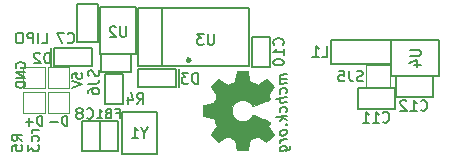
<source format=gbo>
G04 #@! TF.FileFunction,Legend,Bot*
%FSLAX46Y46*%
G04 Gerber Fmt 4.6, Leading zero omitted, Abs format (unit mm)*
G04 Created by KiCad (PCBNEW 0.201505121916+5652~23~ubuntu14.04.1-product) date Mon 25 May 2015 21:29:56 BST*
%MOMM*%
G01*
G04 APERTURE LIST*
%ADD10C,0.150000*%
%ADD11C,0.149860*%
%ADD12C,0.299720*%
%ADD13C,0.002540*%
%ADD14C,0.120000*%
%ADD15C,0.152400*%
G04 APERTURE END LIST*
D10*
D11*
X39702421Y-56072388D02*
X39274249Y-55772668D01*
X39702421Y-55558583D02*
X38803261Y-55558583D01*
X38803261Y-55901120D01*
X38846078Y-55986754D01*
X38888895Y-56029571D01*
X38974529Y-56072388D01*
X39102981Y-56072388D01*
X39188615Y-56029571D01*
X39231432Y-55986754D01*
X39274249Y-55901120D01*
X39274249Y-55558583D01*
X38803261Y-56885914D02*
X38803261Y-56457743D01*
X39231432Y-56414926D01*
X39188615Y-56457743D01*
X39145798Y-56543377D01*
X39145798Y-56757463D01*
X39188615Y-56843097D01*
X39231432Y-56885914D01*
X39317067Y-56928731D01*
X39531152Y-56928731D01*
X39616787Y-56885914D01*
X39659604Y-56843097D01*
X39702421Y-56757463D01*
X39702421Y-56543377D01*
X39659604Y-56457743D01*
X39616787Y-56414926D01*
X41111105Y-55130411D02*
X40511665Y-55130411D01*
X40682933Y-55130411D02*
X40597299Y-55173228D01*
X40554482Y-55216045D01*
X40511665Y-55301679D01*
X40511665Y-55387314D01*
X41068288Y-56072388D02*
X41111105Y-55986754D01*
X41111105Y-55815485D01*
X41068288Y-55729851D01*
X41025471Y-55687034D01*
X40939836Y-55644217D01*
X40682933Y-55644217D01*
X40597299Y-55687034D01*
X40554482Y-55729851D01*
X40511665Y-55815485D01*
X40511665Y-55986754D01*
X40554482Y-56072388D01*
X40211945Y-56372108D02*
X40211945Y-56928731D01*
X40554482Y-56629011D01*
X40554482Y-56757463D01*
X40597299Y-56843097D01*
X40640116Y-56885914D01*
X40725751Y-56928731D01*
X40939836Y-56928731D01*
X41025471Y-56885914D01*
X41068288Y-56843097D01*
X41111105Y-56757463D01*
X41111105Y-56500560D01*
X41068288Y-56414926D01*
X41025471Y-56372108D01*
X62106763Y-50416460D02*
X61507323Y-50491390D01*
X61592957Y-50480686D02*
X61550140Y-50528855D01*
X61507323Y-50619841D01*
X61507323Y-50748293D01*
X61550140Y-50828575D01*
X61635774Y-50860688D01*
X62106763Y-50801814D01*
X61635774Y-50860688D02*
X61550140Y-50914209D01*
X61507323Y-51005195D01*
X61507323Y-51133647D01*
X61550140Y-51213929D01*
X61635774Y-51246042D01*
X62106763Y-51187168D01*
X62063946Y-52006046D02*
X62106763Y-51915060D01*
X62106763Y-51743791D01*
X62063946Y-51663509D01*
X62021129Y-51626044D01*
X61935494Y-51593932D01*
X61678591Y-51626045D01*
X61592957Y-51679566D01*
X61550140Y-51727735D01*
X61507323Y-51818721D01*
X61507323Y-51989990D01*
X61550140Y-52070272D01*
X62106763Y-52386049D02*
X61207603Y-52498444D01*
X62106763Y-52771403D02*
X61635774Y-52830277D01*
X61550140Y-52798164D01*
X61507323Y-52717882D01*
X61507323Y-52589430D01*
X61550140Y-52498444D01*
X61592957Y-52450275D01*
X62063946Y-53590281D02*
X62106763Y-53499295D01*
X62106763Y-53328026D01*
X62063946Y-53247744D01*
X62021129Y-53210279D01*
X61935494Y-53178167D01*
X61678591Y-53210280D01*
X61592957Y-53263801D01*
X61550140Y-53311970D01*
X61507323Y-53402956D01*
X61507323Y-53574225D01*
X61550140Y-53654507D01*
X62106763Y-53970284D02*
X61207603Y-54082679D01*
X61764226Y-54098735D02*
X62106763Y-54312821D01*
X61507323Y-54387751D02*
X61849860Y-54002397D01*
X62021129Y-54708879D02*
X62063946Y-54746344D01*
X62106763Y-54698175D01*
X62063946Y-54660710D01*
X62021129Y-54708879D01*
X62106763Y-54698175D01*
X62106763Y-55254797D02*
X62063946Y-55174515D01*
X62021129Y-55137050D01*
X61935494Y-55104938D01*
X61678591Y-55137051D01*
X61592957Y-55190572D01*
X61550140Y-55238741D01*
X61507323Y-55329727D01*
X61507323Y-55458179D01*
X61550140Y-55538461D01*
X61592957Y-55575926D01*
X61678591Y-55608039D01*
X61935494Y-55575926D01*
X62021129Y-55522404D01*
X62063946Y-55474235D01*
X62106763Y-55383249D01*
X62106763Y-55254797D01*
X62106763Y-55939872D02*
X61507323Y-56014802D01*
X61678591Y-55993394D02*
X61592957Y-56046915D01*
X61550140Y-56095084D01*
X61507323Y-56186070D01*
X61507323Y-56271705D01*
X61507323Y-56956779D02*
X62235214Y-56865793D01*
X62320849Y-56812271D01*
X62363666Y-56764102D01*
X62406483Y-56673115D01*
X62406483Y-56544664D01*
X62363666Y-56464382D01*
X62063946Y-56887201D02*
X62106763Y-56796215D01*
X62106763Y-56624946D01*
X62063946Y-56544664D01*
X62021129Y-56507199D01*
X61935494Y-56475087D01*
X61678591Y-56507200D01*
X61592957Y-56560721D01*
X61550140Y-56608890D01*
X61507323Y-56699876D01*
X61507323Y-56871145D01*
X61550140Y-56951427D01*
X42158500Y-49762000D02*
X42158500Y-48238000D01*
X42412500Y-49762000D02*
X45587500Y-49762000D01*
X45587500Y-49762000D02*
X45587500Y-48238000D01*
X45587500Y-48238000D02*
X42412500Y-48238000D01*
X42412500Y-48238000D02*
X42412500Y-49762000D01*
X70911800Y-47557440D02*
X65831800Y-47557440D01*
X65831800Y-47557440D02*
X65831800Y-49558960D01*
X65831800Y-49558960D02*
X70911800Y-49558960D01*
X70911800Y-49558960D02*
X70911800Y-47557440D01*
X49324000Y-44695940D02*
X49324000Y-48704060D01*
X49324000Y-44693400D02*
X46276000Y-44693400D01*
X46276000Y-44695940D02*
X46276000Y-48704060D01*
X46276000Y-48704060D02*
X49324000Y-48704060D01*
X51075340Y-57200860D02*
X51075340Y-53599140D01*
X51075340Y-53599140D02*
X48174660Y-53599140D01*
X48174660Y-53599140D02*
X48174660Y-57200860D01*
X48174660Y-57200860D02*
X51075340Y-57200860D01*
X51499220Y-49751100D02*
X49500240Y-49751100D01*
X49500240Y-49751100D02*
X49500240Y-44848900D01*
X49500240Y-44848900D02*
X51499220Y-44848900D01*
X58900780Y-49751100D02*
X58900780Y-44848900D01*
X58900780Y-44848900D02*
X51499220Y-44848900D01*
X51499220Y-44848900D02*
X51499220Y-49751100D01*
X51499220Y-49751100D02*
X58900780Y-49751100D01*
D12*
X53883259Y-49227860D02*
G75*
G03X53883259Y-49227860I-100579J0D01*
G01*
D11*
X46738000Y-50430000D02*
X46738000Y-52970000D01*
X46738000Y-52970000D02*
X48262000Y-52970000D01*
X48262000Y-52970000D02*
X48262000Y-50430000D01*
X48262000Y-50430000D02*
X46738000Y-50430000D01*
X44311000Y-44512500D02*
X44311000Y-47687500D01*
X44311000Y-47687500D02*
X46089000Y-47687500D01*
X46089000Y-47687500D02*
X46089000Y-44512500D01*
X46089000Y-44512500D02*
X44311000Y-44512500D01*
X60662000Y-49770000D02*
X60662000Y-47230000D01*
X60662000Y-47230000D02*
X59138000Y-47230000D01*
X59138000Y-47230000D02*
X59138000Y-49770000D01*
X59138000Y-49770000D02*
X60662000Y-49770000D01*
X52941500Y-49938000D02*
X52941500Y-51462000D01*
X52687500Y-49938000D02*
X49512500Y-49938000D01*
X49512500Y-49938000D02*
X49512500Y-51462000D01*
X49512500Y-51462000D02*
X52687500Y-51462000D01*
X52687500Y-51462000D02*
X52687500Y-49938000D01*
X74487500Y-50611000D02*
X71312500Y-50611000D01*
X71312500Y-50611000D02*
X71312500Y-52389000D01*
X71312500Y-52389000D02*
X74487500Y-52389000D01*
X74487500Y-52389000D02*
X74487500Y-50611000D01*
X68112500Y-53389000D02*
X71287500Y-53389000D01*
X71287500Y-53389000D02*
X71287500Y-51611000D01*
X71287500Y-51611000D02*
X68112500Y-51611000D01*
X68112500Y-51611000D02*
X68112500Y-53389000D01*
D13*
G36*
X60999740Y-55524380D02*
X60979420Y-55488820D01*
X60931160Y-55410080D01*
X60857500Y-55298320D01*
X60771140Y-55166240D01*
X60679700Y-55034160D01*
X60608580Y-54924940D01*
X60557780Y-54848740D01*
X60540000Y-54818260D01*
X60547620Y-54800480D01*
X60578100Y-54736980D01*
X60623820Y-54648080D01*
X60651760Y-54594740D01*
X60687320Y-54510920D01*
X60694940Y-54467740D01*
X60684780Y-54462660D01*
X60621280Y-54432180D01*
X60512060Y-54383920D01*
X60367280Y-54320420D01*
X60197100Y-54246760D01*
X60014220Y-54170560D01*
X59828800Y-54091820D01*
X59651000Y-54018160D01*
X59490980Y-53954660D01*
X59358900Y-53901320D01*
X59270000Y-53865760D01*
X59231900Y-53853060D01*
X59221740Y-53858140D01*
X59181100Y-53898780D01*
X59127760Y-53972440D01*
X58998220Y-54129920D01*
X58805180Y-54287400D01*
X58584200Y-54381380D01*
X58337820Y-54414400D01*
X58109220Y-54386460D01*
X57890780Y-54297560D01*
X57695200Y-54145160D01*
X57547880Y-53959740D01*
X57456440Y-53743840D01*
X57425960Y-53500000D01*
X57451360Y-53268860D01*
X57540260Y-53045340D01*
X57690120Y-52847220D01*
X57786640Y-52763400D01*
X57984760Y-52649100D01*
X58198120Y-52585600D01*
X58254000Y-52577980D01*
X58487680Y-52588140D01*
X58711200Y-52656720D01*
X58911860Y-52781180D01*
X59076960Y-52951360D01*
X59092200Y-52974220D01*
X59153160Y-53052960D01*
X59193800Y-53106300D01*
X59226820Y-53149480D01*
X59945640Y-52849760D01*
X60059940Y-52801500D01*
X60258060Y-52720220D01*
X60425700Y-52649100D01*
X60560320Y-52590680D01*
X60651760Y-52550040D01*
X60687320Y-52532260D01*
X60689860Y-52532260D01*
X60694940Y-52504320D01*
X60674620Y-52450980D01*
X60626360Y-52349380D01*
X60590800Y-52283340D01*
X60555240Y-52207140D01*
X60540000Y-52171580D01*
X60557780Y-52143640D01*
X60603500Y-52069980D01*
X60674620Y-51963300D01*
X60763520Y-51833760D01*
X60847340Y-51711840D01*
X60921000Y-51600080D01*
X60974340Y-51518800D01*
X60994660Y-51478160D01*
X60994660Y-51473080D01*
X60974340Y-51437520D01*
X60921000Y-51371480D01*
X60829560Y-51274960D01*
X60692400Y-51135260D01*
X60669540Y-51114940D01*
X60555240Y-51000640D01*
X60458720Y-50909200D01*
X60387600Y-50845700D01*
X60357120Y-50822840D01*
X60357120Y-50822840D01*
X60319020Y-50843160D01*
X60235200Y-50896500D01*
X60120900Y-50970160D01*
X59988820Y-51061600D01*
X59643380Y-51300360D01*
X59315720Y-51168280D01*
X59216660Y-51127640D01*
X59094740Y-51076840D01*
X59008380Y-51038740D01*
X58970280Y-51020960D01*
X58957580Y-50985400D01*
X58937260Y-50896500D01*
X58909320Y-50766960D01*
X58881380Y-50612020D01*
X58853440Y-50464700D01*
X58828040Y-50332620D01*
X58810260Y-50236100D01*
X58802640Y-50192920D01*
X58795020Y-50182760D01*
X58774700Y-50172600D01*
X58728980Y-50167520D01*
X58647700Y-50164980D01*
X58520700Y-50162440D01*
X58337820Y-50162440D01*
X58317500Y-50162440D01*
X58142240Y-50164980D01*
X58002540Y-50167520D01*
X57911100Y-50172600D01*
X57875540Y-50177680D01*
X57875540Y-50177680D01*
X57865380Y-50220860D01*
X57845060Y-50314840D01*
X57819660Y-50446920D01*
X57789180Y-50604400D01*
X57786640Y-50614560D01*
X57756160Y-50772040D01*
X57728220Y-50906660D01*
X57707900Y-50998100D01*
X57695200Y-51036200D01*
X57685040Y-51046360D01*
X57621540Y-51076840D01*
X57525020Y-51122560D01*
X57405640Y-51175900D01*
X57281180Y-51226700D01*
X57169420Y-51269880D01*
X57085600Y-51300360D01*
X57047500Y-51310520D01*
X57047500Y-51310520D01*
X57009400Y-51285120D01*
X56928120Y-51231780D01*
X56813820Y-51155580D01*
X56679200Y-51061600D01*
X56669040Y-51056520D01*
X56536960Y-50965080D01*
X56422660Y-50891420D01*
X56341380Y-50843160D01*
X56305820Y-50822840D01*
X56303280Y-50825380D01*
X56265180Y-50853320D01*
X56188980Y-50921900D01*
X56087380Y-51018420D01*
X55968000Y-51135260D01*
X55932440Y-51173360D01*
X55805440Y-51302900D01*
X55721620Y-51394340D01*
X55678440Y-51450220D01*
X55668280Y-51475620D01*
X55668280Y-51478160D01*
X55693680Y-51518800D01*
X55749560Y-51602620D01*
X55825760Y-51716920D01*
X55917200Y-51851540D01*
X55924820Y-51861700D01*
X56016260Y-51993780D01*
X56089920Y-52105540D01*
X56143260Y-52184280D01*
X56163580Y-52219840D01*
X56163580Y-52224920D01*
X56148340Y-52280800D01*
X56115320Y-52374780D01*
X56069600Y-52491620D01*
X56018800Y-52616080D01*
X55973080Y-52727840D01*
X55934980Y-52811660D01*
X55912120Y-52849760D01*
X55909580Y-52852300D01*
X55861320Y-52865000D01*
X55762260Y-52887860D01*
X55625100Y-52918340D01*
X55460000Y-52948820D01*
X55434600Y-52953900D01*
X55274580Y-52984380D01*
X55145040Y-53009780D01*
X55053600Y-53027560D01*
X55015500Y-53037720D01*
X55010420Y-53060580D01*
X55005340Y-53136780D01*
X55002800Y-53256160D01*
X55000260Y-53398400D01*
X55000260Y-53550800D01*
X55005340Y-53698120D01*
X55007880Y-53822580D01*
X55015500Y-53914020D01*
X55023120Y-53952120D01*
X55025660Y-53952120D01*
X55073920Y-53967360D01*
X55172980Y-53987680D01*
X55312680Y-54015620D01*
X55475240Y-54048640D01*
X55505720Y-54053720D01*
X55663200Y-54084200D01*
X55792740Y-54109600D01*
X55884180Y-54129920D01*
X55919740Y-54140080D01*
X55927360Y-54152780D01*
X55955300Y-54218820D01*
X55998480Y-54325500D01*
X56051820Y-54457580D01*
X56176280Y-54762380D01*
X55919740Y-55138300D01*
X55896880Y-55171320D01*
X55802900Y-55305940D01*
X55729240Y-55417700D01*
X55680980Y-55493900D01*
X55663200Y-55526920D01*
X55663200Y-55529460D01*
X55696220Y-55567560D01*
X55764800Y-55641220D01*
X55863860Y-55742820D01*
X55983240Y-55859660D01*
X56069600Y-55948560D01*
X56173740Y-56050160D01*
X56244860Y-56116200D01*
X56290580Y-56151760D01*
X56318520Y-56164460D01*
X56336300Y-56161920D01*
X56374400Y-56136520D01*
X56458220Y-56083180D01*
X56569980Y-56004440D01*
X56704600Y-55913000D01*
X56813820Y-55839340D01*
X56940820Y-55758060D01*
X57029720Y-55704720D01*
X57072900Y-55686940D01*
X57093220Y-55692020D01*
X57164340Y-55717420D01*
X57276100Y-55760600D01*
X57408180Y-55819020D01*
X57705360Y-55948560D01*
X57743460Y-56141600D01*
X57763780Y-56260980D01*
X57796800Y-56426080D01*
X57827280Y-56583560D01*
X57875540Y-56829940D01*
X58779780Y-56837560D01*
X58795020Y-56799460D01*
X58805180Y-56763900D01*
X58825500Y-56672460D01*
X58850900Y-56542920D01*
X58878840Y-56387980D01*
X58904240Y-56258440D01*
X58929640Y-56126360D01*
X58947420Y-56029840D01*
X58957580Y-55989200D01*
X58970280Y-55979040D01*
X59033780Y-55946020D01*
X59135380Y-55897760D01*
X59257300Y-55846960D01*
X59384300Y-55793620D01*
X59501140Y-55747900D01*
X59590040Y-55714880D01*
X59638300Y-55702180D01*
X59671320Y-55719960D01*
X59750060Y-55770760D01*
X59859280Y-55841880D01*
X59991360Y-55933320D01*
X60120900Y-56022220D01*
X60235200Y-56098420D01*
X60313940Y-56149220D01*
X60352040Y-56172080D01*
X60377440Y-56161920D01*
X60440940Y-56108580D01*
X60542540Y-56009520D01*
X60687320Y-55862200D01*
X60710180Y-55839340D01*
X60824480Y-55722500D01*
X60915920Y-55623440D01*
X60976880Y-55554860D01*
X60999740Y-55524380D01*
X60999740Y-55524380D01*
G37*
X60999740Y-55524380D02*
X60979420Y-55488820D01*
X60931160Y-55410080D01*
X60857500Y-55298320D01*
X60771140Y-55166240D01*
X60679700Y-55034160D01*
X60608580Y-54924940D01*
X60557780Y-54848740D01*
X60540000Y-54818260D01*
X60547620Y-54800480D01*
X60578100Y-54736980D01*
X60623820Y-54648080D01*
X60651760Y-54594740D01*
X60687320Y-54510920D01*
X60694940Y-54467740D01*
X60684780Y-54462660D01*
X60621280Y-54432180D01*
X60512060Y-54383920D01*
X60367280Y-54320420D01*
X60197100Y-54246760D01*
X60014220Y-54170560D01*
X59828800Y-54091820D01*
X59651000Y-54018160D01*
X59490980Y-53954660D01*
X59358900Y-53901320D01*
X59270000Y-53865760D01*
X59231900Y-53853060D01*
X59221740Y-53858140D01*
X59181100Y-53898780D01*
X59127760Y-53972440D01*
X58998220Y-54129920D01*
X58805180Y-54287400D01*
X58584200Y-54381380D01*
X58337820Y-54414400D01*
X58109220Y-54386460D01*
X57890780Y-54297560D01*
X57695200Y-54145160D01*
X57547880Y-53959740D01*
X57456440Y-53743840D01*
X57425960Y-53500000D01*
X57451360Y-53268860D01*
X57540260Y-53045340D01*
X57690120Y-52847220D01*
X57786640Y-52763400D01*
X57984760Y-52649100D01*
X58198120Y-52585600D01*
X58254000Y-52577980D01*
X58487680Y-52588140D01*
X58711200Y-52656720D01*
X58911860Y-52781180D01*
X59076960Y-52951360D01*
X59092200Y-52974220D01*
X59153160Y-53052960D01*
X59193800Y-53106300D01*
X59226820Y-53149480D01*
X59945640Y-52849760D01*
X60059940Y-52801500D01*
X60258060Y-52720220D01*
X60425700Y-52649100D01*
X60560320Y-52590680D01*
X60651760Y-52550040D01*
X60687320Y-52532260D01*
X60689860Y-52532260D01*
X60694940Y-52504320D01*
X60674620Y-52450980D01*
X60626360Y-52349380D01*
X60590800Y-52283340D01*
X60555240Y-52207140D01*
X60540000Y-52171580D01*
X60557780Y-52143640D01*
X60603500Y-52069980D01*
X60674620Y-51963300D01*
X60763520Y-51833760D01*
X60847340Y-51711840D01*
X60921000Y-51600080D01*
X60974340Y-51518800D01*
X60994660Y-51478160D01*
X60994660Y-51473080D01*
X60974340Y-51437520D01*
X60921000Y-51371480D01*
X60829560Y-51274960D01*
X60692400Y-51135260D01*
X60669540Y-51114940D01*
X60555240Y-51000640D01*
X60458720Y-50909200D01*
X60387600Y-50845700D01*
X60357120Y-50822840D01*
X60357120Y-50822840D01*
X60319020Y-50843160D01*
X60235200Y-50896500D01*
X60120900Y-50970160D01*
X59988820Y-51061600D01*
X59643380Y-51300360D01*
X59315720Y-51168280D01*
X59216660Y-51127640D01*
X59094740Y-51076840D01*
X59008380Y-51038740D01*
X58970280Y-51020960D01*
X58957580Y-50985400D01*
X58937260Y-50896500D01*
X58909320Y-50766960D01*
X58881380Y-50612020D01*
X58853440Y-50464700D01*
X58828040Y-50332620D01*
X58810260Y-50236100D01*
X58802640Y-50192920D01*
X58795020Y-50182760D01*
X58774700Y-50172600D01*
X58728980Y-50167520D01*
X58647700Y-50164980D01*
X58520700Y-50162440D01*
X58337820Y-50162440D01*
X58317500Y-50162440D01*
X58142240Y-50164980D01*
X58002540Y-50167520D01*
X57911100Y-50172600D01*
X57875540Y-50177680D01*
X57875540Y-50177680D01*
X57865380Y-50220860D01*
X57845060Y-50314840D01*
X57819660Y-50446920D01*
X57789180Y-50604400D01*
X57786640Y-50614560D01*
X57756160Y-50772040D01*
X57728220Y-50906660D01*
X57707900Y-50998100D01*
X57695200Y-51036200D01*
X57685040Y-51046360D01*
X57621540Y-51076840D01*
X57525020Y-51122560D01*
X57405640Y-51175900D01*
X57281180Y-51226700D01*
X57169420Y-51269880D01*
X57085600Y-51300360D01*
X57047500Y-51310520D01*
X57047500Y-51310520D01*
X57009400Y-51285120D01*
X56928120Y-51231780D01*
X56813820Y-51155580D01*
X56679200Y-51061600D01*
X56669040Y-51056520D01*
X56536960Y-50965080D01*
X56422660Y-50891420D01*
X56341380Y-50843160D01*
X56305820Y-50822840D01*
X56303280Y-50825380D01*
X56265180Y-50853320D01*
X56188980Y-50921900D01*
X56087380Y-51018420D01*
X55968000Y-51135260D01*
X55932440Y-51173360D01*
X55805440Y-51302900D01*
X55721620Y-51394340D01*
X55678440Y-51450220D01*
X55668280Y-51475620D01*
X55668280Y-51478160D01*
X55693680Y-51518800D01*
X55749560Y-51602620D01*
X55825760Y-51716920D01*
X55917200Y-51851540D01*
X55924820Y-51861700D01*
X56016260Y-51993780D01*
X56089920Y-52105540D01*
X56143260Y-52184280D01*
X56163580Y-52219840D01*
X56163580Y-52224920D01*
X56148340Y-52280800D01*
X56115320Y-52374780D01*
X56069600Y-52491620D01*
X56018800Y-52616080D01*
X55973080Y-52727840D01*
X55934980Y-52811660D01*
X55912120Y-52849760D01*
X55909580Y-52852300D01*
X55861320Y-52865000D01*
X55762260Y-52887860D01*
X55625100Y-52918340D01*
X55460000Y-52948820D01*
X55434600Y-52953900D01*
X55274580Y-52984380D01*
X55145040Y-53009780D01*
X55053600Y-53027560D01*
X55015500Y-53037720D01*
X55010420Y-53060580D01*
X55005340Y-53136780D01*
X55002800Y-53256160D01*
X55000260Y-53398400D01*
X55000260Y-53550800D01*
X55005340Y-53698120D01*
X55007880Y-53822580D01*
X55015500Y-53914020D01*
X55023120Y-53952120D01*
X55025660Y-53952120D01*
X55073920Y-53967360D01*
X55172980Y-53987680D01*
X55312680Y-54015620D01*
X55475240Y-54048640D01*
X55505720Y-54053720D01*
X55663200Y-54084200D01*
X55792740Y-54109600D01*
X55884180Y-54129920D01*
X55919740Y-54140080D01*
X55927360Y-54152780D01*
X55955300Y-54218820D01*
X55998480Y-54325500D01*
X56051820Y-54457580D01*
X56176280Y-54762380D01*
X55919740Y-55138300D01*
X55896880Y-55171320D01*
X55802900Y-55305940D01*
X55729240Y-55417700D01*
X55680980Y-55493900D01*
X55663200Y-55526920D01*
X55663200Y-55529460D01*
X55696220Y-55567560D01*
X55764800Y-55641220D01*
X55863860Y-55742820D01*
X55983240Y-55859660D01*
X56069600Y-55948560D01*
X56173740Y-56050160D01*
X56244860Y-56116200D01*
X56290580Y-56151760D01*
X56318520Y-56164460D01*
X56336300Y-56161920D01*
X56374400Y-56136520D01*
X56458220Y-56083180D01*
X56569980Y-56004440D01*
X56704600Y-55913000D01*
X56813820Y-55839340D01*
X56940820Y-55758060D01*
X57029720Y-55704720D01*
X57072900Y-55686940D01*
X57093220Y-55692020D01*
X57164340Y-55717420D01*
X57276100Y-55760600D01*
X57408180Y-55819020D01*
X57705360Y-55948560D01*
X57743460Y-56141600D01*
X57763780Y-56260980D01*
X57796800Y-56426080D01*
X57827280Y-56583560D01*
X57875540Y-56829940D01*
X58779780Y-56837560D01*
X58795020Y-56799460D01*
X58805180Y-56763900D01*
X58825500Y-56672460D01*
X58850900Y-56542920D01*
X58878840Y-56387980D01*
X58904240Y-56258440D01*
X58929640Y-56126360D01*
X58947420Y-56029840D01*
X58957580Y-55989200D01*
X58970280Y-55979040D01*
X59033780Y-55946020D01*
X59135380Y-55897760D01*
X59257300Y-55846960D01*
X59384300Y-55793620D01*
X59501140Y-55747900D01*
X59590040Y-55714880D01*
X59638300Y-55702180D01*
X59671320Y-55719960D01*
X59750060Y-55770760D01*
X59859280Y-55841880D01*
X59991360Y-55933320D01*
X60120900Y-56022220D01*
X60235200Y-56098420D01*
X60313940Y-56149220D01*
X60352040Y-56172080D01*
X60377440Y-56161920D01*
X60440940Y-56108580D01*
X60542540Y-56009520D01*
X60687320Y-55862200D01*
X60710180Y-55839340D01*
X60824480Y-55722500D01*
X60915920Y-55623440D01*
X60976880Y-55554860D01*
X60999740Y-55524380D01*
D11*
X47812000Y-56920000D02*
X47812000Y-54380000D01*
X47812000Y-54380000D02*
X46288000Y-54380000D01*
X46288000Y-54380000D02*
X46288000Y-56920000D01*
X46288000Y-56920000D02*
X47812000Y-56920000D01*
X74947860Y-50590200D02*
X70939740Y-50590200D01*
X74950400Y-50590200D02*
X74950400Y-47542200D01*
X74947860Y-47542200D02*
X70939740Y-47542200D01*
X70939740Y-47542200D02*
X70939740Y-50590200D01*
X46262000Y-56920000D02*
X46262000Y-54380000D01*
X46262000Y-54380000D02*
X44738000Y-54380000D01*
X44738000Y-54380000D02*
X44738000Y-56920000D01*
X44738000Y-56920000D02*
X46262000Y-56920000D01*
X46330000Y-50262000D02*
X48870000Y-50262000D01*
X48870000Y-50262000D02*
X48870000Y-48738000D01*
X48870000Y-48738000D02*
X46330000Y-48738000D01*
X46330000Y-48738000D02*
X46330000Y-50262000D01*
D14*
X68800000Y-51600000D02*
X70800000Y-51600000D01*
X70800000Y-51600000D02*
X70800000Y-49600000D01*
X70800000Y-49600000D02*
X68800000Y-49600000D01*
X68800000Y-49600000D02*
X68800000Y-51600000D01*
X41900000Y-51600000D02*
X43700000Y-51600000D01*
X43700000Y-51600000D02*
X43700000Y-49800000D01*
X43700000Y-49800000D02*
X41900000Y-49800000D01*
X41900000Y-49800000D02*
X41900000Y-51600000D01*
X39800000Y-51600000D02*
X41600000Y-51600000D01*
X41600000Y-51600000D02*
X41600000Y-49800000D01*
X41600000Y-49800000D02*
X39800000Y-49800000D01*
X39800000Y-49800000D02*
X39800000Y-51600000D01*
X41900000Y-53700000D02*
X43700000Y-53700000D01*
X43700000Y-53700000D02*
X43700000Y-51900000D01*
X43700000Y-51900000D02*
X41900000Y-51900000D01*
X41900000Y-51900000D02*
X41900000Y-53700000D01*
X39800000Y-53700000D02*
X41600000Y-53700000D01*
X41600000Y-53700000D02*
X41600000Y-51900000D01*
X41600000Y-51900000D02*
X39800000Y-51900000D01*
X39800000Y-51900000D02*
X39800000Y-53700000D01*
D11*
X42063665Y-49506763D02*
X42063665Y-48607603D01*
X41849580Y-48607603D01*
X41721128Y-48650420D01*
X41635494Y-48736054D01*
X41592677Y-48821689D01*
X41549860Y-48992957D01*
X41549860Y-49121409D01*
X41592677Y-49292677D01*
X41635494Y-49378311D01*
X41721128Y-49463946D01*
X41849580Y-49506763D01*
X42063665Y-49506763D01*
X41207322Y-48693237D02*
X41164505Y-48650420D01*
X41078871Y-48607603D01*
X40864785Y-48607603D01*
X40779151Y-48650420D01*
X40736334Y-48693237D01*
X40693517Y-48778871D01*
X40693517Y-48864506D01*
X40736334Y-48992957D01*
X41250140Y-49506763D01*
X40693517Y-49506763D01*
X65046860Y-48920763D02*
X65475031Y-48920763D01*
X65475031Y-48021603D01*
X64276152Y-48920763D02*
X64789957Y-48920763D01*
X64533055Y-48920763D02*
X64533055Y-48021603D01*
X64618689Y-48150054D01*
X64704323Y-48235689D01*
X64789957Y-48278506D01*
X48525074Y-46345203D02*
X48525074Y-47073094D01*
X48482257Y-47158729D01*
X48439440Y-47201546D01*
X48353806Y-47244363D01*
X48182537Y-47244363D01*
X48096903Y-47201546D01*
X48054086Y-47158729D01*
X48011269Y-47073094D01*
X48011269Y-46345203D01*
X47625914Y-46430837D02*
X47583097Y-46388020D01*
X47497463Y-46345203D01*
X47283377Y-46345203D01*
X47197743Y-46388020D01*
X47154926Y-46430837D01*
X47112109Y-46516471D01*
X47112109Y-46602106D01*
X47154926Y-46730557D01*
X47668732Y-47244363D01*
X47112109Y-47244363D01*
X50053172Y-55378591D02*
X50053172Y-55806763D01*
X50352892Y-54907603D02*
X50053172Y-55378591D01*
X49753452Y-54907603D01*
X48982743Y-55806763D02*
X49496548Y-55806763D01*
X49239646Y-55806763D02*
X49239646Y-54907603D01*
X49325280Y-55036054D01*
X49410914Y-55121689D01*
X49496548Y-55164506D01*
X55935074Y-47007603D02*
X55935074Y-47735494D01*
X55892257Y-47821129D01*
X55849440Y-47863946D01*
X55763806Y-47906763D01*
X55592537Y-47906763D01*
X55506903Y-47863946D01*
X55464086Y-47821129D01*
X55421269Y-47735494D01*
X55421269Y-47007603D01*
X55078732Y-47007603D02*
X54522109Y-47007603D01*
X54821829Y-47350140D01*
X54693377Y-47350140D01*
X54607743Y-47392957D01*
X54564926Y-47435774D01*
X54522109Y-47521409D01*
X54522109Y-47735494D01*
X54564926Y-47821129D01*
X54607743Y-47863946D01*
X54693377Y-47906763D01*
X54950280Y-47906763D01*
X55035914Y-47863946D01*
X55078732Y-47821129D01*
X49449860Y-52906763D02*
X49749580Y-52478591D01*
X49963665Y-52906763D02*
X49963665Y-52007603D01*
X49621128Y-52007603D01*
X49535494Y-52050420D01*
X49492677Y-52093237D01*
X49449860Y-52178871D01*
X49449860Y-52307323D01*
X49492677Y-52392957D01*
X49535494Y-52435774D01*
X49621128Y-52478591D01*
X49963665Y-52478591D01*
X48679151Y-52307323D02*
X48679151Y-52906763D01*
X48893237Y-51964786D02*
X49107322Y-52607043D01*
X48550700Y-52607043D01*
X43549860Y-47721129D02*
X43592677Y-47763946D01*
X43721128Y-47806763D01*
X43806762Y-47806763D01*
X43935214Y-47763946D01*
X44020848Y-47678311D01*
X44063665Y-47592677D01*
X44106482Y-47421409D01*
X44106482Y-47292957D01*
X44063665Y-47121689D01*
X44020848Y-47036054D01*
X43935214Y-46950420D01*
X43806762Y-46907603D01*
X43721128Y-46907603D01*
X43592677Y-46950420D01*
X43549860Y-46993237D01*
X43250140Y-46907603D02*
X42650700Y-46907603D01*
X43036054Y-47806763D01*
X61773129Y-47935968D02*
X61815946Y-47893151D01*
X61858763Y-47764700D01*
X61858763Y-47679066D01*
X61815946Y-47550614D01*
X61730311Y-47464980D01*
X61644677Y-47422163D01*
X61473409Y-47379346D01*
X61344957Y-47379346D01*
X61173689Y-47422163D01*
X61088054Y-47464980D01*
X61002420Y-47550614D01*
X60959603Y-47679066D01*
X60959603Y-47764700D01*
X61002420Y-47893151D01*
X61045237Y-47935968D01*
X61858763Y-48792311D02*
X61858763Y-48278506D01*
X61858763Y-48535408D02*
X60959603Y-48535408D01*
X61088054Y-48449774D01*
X61173689Y-48364140D01*
X61216506Y-48278506D01*
X60959603Y-49348934D02*
X60959603Y-49434569D01*
X61002420Y-49520203D01*
X61045237Y-49563020D01*
X61130871Y-49605837D01*
X61302140Y-49648654D01*
X61516226Y-49648654D01*
X61687494Y-49605837D01*
X61773129Y-49563020D01*
X61815946Y-49520203D01*
X61858763Y-49434569D01*
X61858763Y-49348934D01*
X61815946Y-49263300D01*
X61773129Y-49220483D01*
X61687494Y-49177666D01*
X61516226Y-49134849D01*
X61302140Y-49134849D01*
X61130871Y-49177666D01*
X61045237Y-49220483D01*
X61002420Y-49263300D01*
X60959603Y-49348934D01*
X54563665Y-51206763D02*
X54563665Y-50307603D01*
X54349580Y-50307603D01*
X54221128Y-50350420D01*
X54135494Y-50436054D01*
X54092677Y-50521689D01*
X54049860Y-50692957D01*
X54049860Y-50821409D01*
X54092677Y-50992677D01*
X54135494Y-51078311D01*
X54221128Y-51163946D01*
X54349580Y-51206763D01*
X54563665Y-51206763D01*
X53750140Y-50307603D02*
X53193517Y-50307603D01*
X53493237Y-50650140D01*
X53364785Y-50650140D01*
X53279151Y-50692957D01*
X53236334Y-50735774D01*
X53193517Y-50821409D01*
X53193517Y-51035494D01*
X53236334Y-51121129D01*
X53279151Y-51163946D01*
X53364785Y-51206763D01*
X53621688Y-51206763D01*
X53707322Y-51163946D01*
X53750140Y-51121129D01*
X73432232Y-53427929D02*
X73475049Y-53470746D01*
X73603500Y-53513563D01*
X73689134Y-53513563D01*
X73817586Y-53470746D01*
X73903220Y-53385111D01*
X73946037Y-53299477D01*
X73988854Y-53128209D01*
X73988854Y-52999757D01*
X73946037Y-52828489D01*
X73903220Y-52742854D01*
X73817586Y-52657220D01*
X73689134Y-52614403D01*
X73603500Y-52614403D01*
X73475049Y-52657220D01*
X73432232Y-52700037D01*
X72575889Y-53513563D02*
X73089694Y-53513563D01*
X72832792Y-53513563D02*
X72832792Y-52614403D01*
X72918426Y-52742854D01*
X73004060Y-52828489D01*
X73089694Y-52871306D01*
X72233351Y-52700037D02*
X72190534Y-52657220D01*
X72104900Y-52614403D01*
X71890814Y-52614403D01*
X71805180Y-52657220D01*
X71762363Y-52700037D01*
X71719546Y-52785671D01*
X71719546Y-52871306D01*
X71762363Y-52999757D01*
X72276169Y-53513563D01*
X71719546Y-53513563D01*
X70232232Y-54427929D02*
X70275049Y-54470746D01*
X70403500Y-54513563D01*
X70489134Y-54513563D01*
X70617586Y-54470746D01*
X70703220Y-54385111D01*
X70746037Y-54299477D01*
X70788854Y-54128209D01*
X70788854Y-53999757D01*
X70746037Y-53828489D01*
X70703220Y-53742854D01*
X70617586Y-53657220D01*
X70489134Y-53614403D01*
X70403500Y-53614403D01*
X70275049Y-53657220D01*
X70232232Y-53700037D01*
X69375889Y-54513563D02*
X69889694Y-54513563D01*
X69632792Y-54513563D02*
X69632792Y-53614403D01*
X69718426Y-53742854D01*
X69804060Y-53828489D01*
X69889694Y-53871306D01*
X68519546Y-54513563D02*
X69033351Y-54513563D01*
X68776449Y-54513563D02*
X68776449Y-53614403D01*
X68862083Y-53742854D01*
X68947717Y-53828489D01*
X69033351Y-53871306D01*
D15*
X47675000Y-53742143D02*
X47945000Y-53742143D01*
X47945000Y-54166429D02*
X47945000Y-53356429D01*
X47559286Y-53356429D01*
X46980714Y-53742143D02*
X46865000Y-53780714D01*
X46826428Y-53819286D01*
X46787857Y-53896429D01*
X46787857Y-54012143D01*
X46826428Y-54089286D01*
X46865000Y-54127857D01*
X46942142Y-54166429D01*
X47250714Y-54166429D01*
X47250714Y-53356429D01*
X46980714Y-53356429D01*
X46903571Y-53395000D01*
X46865000Y-53433571D01*
X46826428Y-53510714D01*
X46826428Y-53587857D01*
X46865000Y-53665000D01*
X46903571Y-53703571D01*
X46980714Y-53742143D01*
X47250714Y-53742143D01*
X46016428Y-54166429D02*
X46479285Y-54166429D01*
X46247857Y-54166429D02*
X46247857Y-53356429D01*
X46325000Y-53472143D01*
X46402142Y-53549286D01*
X46479285Y-53587857D01*
D11*
X72532603Y-48336926D02*
X73260494Y-48336926D01*
X73346129Y-48379743D01*
X73388946Y-48422560D01*
X73431763Y-48508194D01*
X73431763Y-48679463D01*
X73388946Y-48765097D01*
X73346129Y-48807914D01*
X73260494Y-48850731D01*
X72532603Y-48850731D01*
X72832323Y-49664257D02*
X73431763Y-49664257D01*
X72489786Y-49450171D02*
X73132043Y-49236086D01*
X73132043Y-49792708D01*
D15*
X45150000Y-54121429D02*
X45192857Y-54164286D01*
X45321428Y-54207143D01*
X45407142Y-54207143D01*
X45535714Y-54164286D01*
X45621428Y-54078571D01*
X45664285Y-53992857D01*
X45707142Y-53821429D01*
X45707142Y-53692857D01*
X45664285Y-53521429D01*
X45621428Y-53435714D01*
X45535714Y-53350000D01*
X45407142Y-53307143D01*
X45321428Y-53307143D01*
X45192857Y-53350000D01*
X45150000Y-53392857D01*
X44635714Y-53692857D02*
X44721428Y-53650000D01*
X44764285Y-53607143D01*
X44807142Y-53521429D01*
X44807142Y-53478571D01*
X44764285Y-53392857D01*
X44721428Y-53350000D01*
X44635714Y-53307143D01*
X44464285Y-53307143D01*
X44378571Y-53350000D01*
X44335714Y-53392857D01*
X44292857Y-53478571D01*
X44292857Y-53521429D01*
X44335714Y-53607143D01*
X44378571Y-53650000D01*
X44464285Y-53692857D01*
X44635714Y-53692857D01*
X44721428Y-53735714D01*
X44764285Y-53778571D01*
X44807142Y-53864286D01*
X44807142Y-54035714D01*
X44764285Y-54121429D01*
X44721428Y-54164286D01*
X44635714Y-54207143D01*
X44464285Y-54207143D01*
X44378571Y-54164286D01*
X44335714Y-54121429D01*
X44292857Y-54035714D01*
X44292857Y-53864286D01*
X44335714Y-53778571D01*
X44378571Y-53735714D01*
X44464285Y-53692857D01*
D11*
X46163946Y-50072389D02*
X46206763Y-50200840D01*
X46206763Y-50414926D01*
X46163946Y-50500560D01*
X46121129Y-50543377D01*
X46035494Y-50586194D01*
X45949860Y-50586194D01*
X45864226Y-50543377D01*
X45821409Y-50500560D01*
X45778591Y-50414926D01*
X45735774Y-50243657D01*
X45692957Y-50158023D01*
X45650140Y-50115206D01*
X45564506Y-50072389D01*
X45478871Y-50072389D01*
X45393237Y-50115206D01*
X45350420Y-50158023D01*
X45307603Y-50243657D01*
X45307603Y-50457743D01*
X45350420Y-50586194D01*
X45307603Y-51228452D02*
X45949860Y-51228452D01*
X46078311Y-51185634D01*
X46163946Y-51100000D01*
X46206763Y-50971549D01*
X46206763Y-50885914D01*
X45307603Y-52041977D02*
X45307603Y-51870708D01*
X45350420Y-51785074D01*
X45393237Y-51742257D01*
X45521689Y-51656623D01*
X45692957Y-51613806D01*
X46035494Y-51613806D01*
X46121129Y-51656623D01*
X46163946Y-51699440D01*
X46206763Y-51785074D01*
X46206763Y-51956343D01*
X46163946Y-52041977D01*
X46121129Y-52084794D01*
X46035494Y-52127611D01*
X45821409Y-52127611D01*
X45735774Y-52084794D01*
X45692957Y-52041977D01*
X45650140Y-51956343D01*
X45650140Y-51785074D01*
X45692957Y-51699440D01*
X45735774Y-51656623D01*
X45821409Y-51613806D01*
X68528571Y-50964286D02*
X68400000Y-51007143D01*
X68185714Y-51007143D01*
X68100000Y-50964286D01*
X68057143Y-50921429D01*
X68014286Y-50835714D01*
X68014286Y-50750000D01*
X68057143Y-50664286D01*
X68100000Y-50621429D01*
X68185714Y-50578571D01*
X68357143Y-50535714D01*
X68442857Y-50492857D01*
X68485714Y-50450000D01*
X68528571Y-50364286D01*
X68528571Y-50278571D01*
X68485714Y-50192857D01*
X68442857Y-50150000D01*
X68357143Y-50107143D01*
X68142857Y-50107143D01*
X68014286Y-50150000D01*
X67371428Y-50107143D02*
X67371428Y-50750000D01*
X67414286Y-50878571D01*
X67500000Y-50964286D01*
X67628571Y-51007143D01*
X67714286Y-51007143D01*
X66514286Y-50107143D02*
X66942857Y-50107143D01*
X66985714Y-50535714D01*
X66942857Y-50492857D01*
X66857143Y-50450000D01*
X66642857Y-50450000D01*
X66557143Y-50492857D01*
X66514286Y-50535714D01*
X66471429Y-50621429D01*
X66471429Y-50835714D01*
X66514286Y-50921429D01*
X66557143Y-50964286D01*
X66642857Y-51007143D01*
X66857143Y-51007143D01*
X66942857Y-50964286D01*
X66985714Y-50921429D01*
X43956429Y-50745714D02*
X43956429Y-50360000D01*
X44342143Y-50321429D01*
X44303571Y-50360000D01*
X44265000Y-50437143D01*
X44265000Y-50630000D01*
X44303571Y-50707143D01*
X44342143Y-50745714D01*
X44419286Y-50784286D01*
X44612143Y-50784286D01*
X44689286Y-50745714D01*
X44727857Y-50707143D01*
X44766429Y-50630000D01*
X44766429Y-50437143D01*
X44727857Y-50360000D01*
X44689286Y-50321429D01*
X43956429Y-51015715D02*
X44766429Y-51285715D01*
X43956429Y-51555715D01*
X39195000Y-49882858D02*
X39156429Y-49805715D01*
X39156429Y-49690001D01*
X39195000Y-49574286D01*
X39272143Y-49497144D01*
X39349286Y-49458572D01*
X39503571Y-49420001D01*
X39619286Y-49420001D01*
X39773571Y-49458572D01*
X39850714Y-49497144D01*
X39927857Y-49574286D01*
X39966429Y-49690001D01*
X39966429Y-49767144D01*
X39927857Y-49882858D01*
X39889286Y-49921429D01*
X39619286Y-49921429D01*
X39619286Y-49767144D01*
X39966429Y-50268572D02*
X39156429Y-50268572D01*
X39966429Y-50731429D01*
X39156429Y-50731429D01*
X39966429Y-51117143D02*
X39156429Y-51117143D01*
X39156429Y-51310000D01*
X39195000Y-51425715D01*
X39272143Y-51502857D01*
X39349286Y-51541429D01*
X39503571Y-51580000D01*
X39619286Y-51580000D01*
X39773571Y-51541429D01*
X39850714Y-51502857D01*
X39927857Y-51425715D01*
X39966429Y-51310000D01*
X39966429Y-51117143D01*
X43513571Y-54766429D02*
X43513571Y-53956429D01*
X43320714Y-53956429D01*
X43204999Y-53995000D01*
X43127857Y-54072143D01*
X43089285Y-54149286D01*
X43050714Y-54303571D01*
X43050714Y-54419286D01*
X43089285Y-54573571D01*
X43127857Y-54650714D01*
X43204999Y-54727857D01*
X43320714Y-54766429D01*
X43513571Y-54766429D01*
X42703571Y-54457857D02*
X42086428Y-54457857D01*
X41413571Y-54766429D02*
X41413571Y-53956429D01*
X41220714Y-53956429D01*
X41104999Y-53995000D01*
X41027857Y-54072143D01*
X40989285Y-54149286D01*
X40950714Y-54303571D01*
X40950714Y-54419286D01*
X40989285Y-54573571D01*
X41027857Y-54650714D01*
X41104999Y-54727857D01*
X41220714Y-54766429D01*
X41413571Y-54766429D01*
X40603571Y-54457857D02*
X39986428Y-54457857D01*
X40294999Y-54766429D02*
X40294999Y-54149286D01*
X41356342Y-47806763D02*
X41784513Y-47806763D01*
X41784513Y-46907603D01*
X41056622Y-47806763D02*
X41056622Y-46907603D01*
X40628451Y-47806763D02*
X40628451Y-46907603D01*
X40285914Y-46907603D01*
X40200280Y-46950420D01*
X40157463Y-46993237D01*
X40114646Y-47078871D01*
X40114646Y-47207323D01*
X40157463Y-47292957D01*
X40200280Y-47335774D01*
X40285914Y-47378591D01*
X40628451Y-47378591D01*
X39558023Y-46907603D02*
X39386754Y-46907603D01*
X39301120Y-46950420D01*
X39215486Y-47036054D01*
X39172668Y-47207323D01*
X39172668Y-47507043D01*
X39215486Y-47678311D01*
X39301120Y-47763946D01*
X39386754Y-47806763D01*
X39558023Y-47806763D01*
X39643657Y-47763946D01*
X39729291Y-47678311D01*
X39772108Y-47507043D01*
X39772108Y-47207323D01*
X39729291Y-47036054D01*
X39643657Y-46950420D01*
X39558023Y-46907603D01*
M02*

</source>
